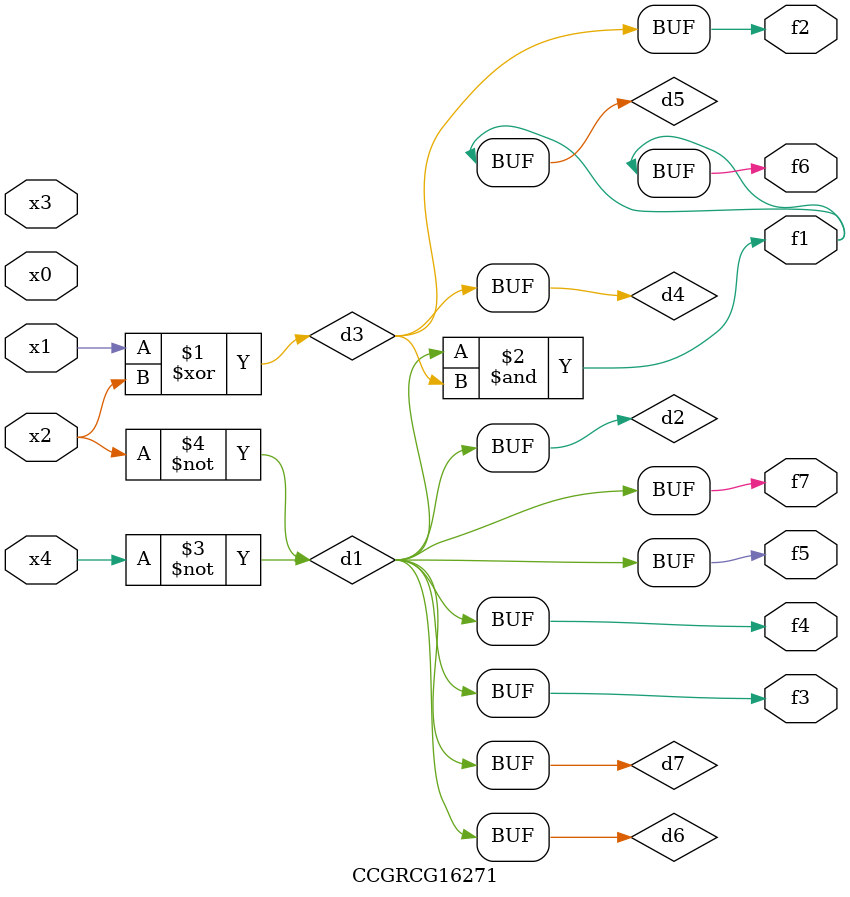
<source format=v>
module CCGRCG16271(
	input x0, x1, x2, x3, x4,
	output f1, f2, f3, f4, f5, f6, f7
);

	wire d1, d2, d3, d4, d5, d6, d7;

	not (d1, x4);
	not (d2, x2);
	xor (d3, x1, x2);
	buf (d4, d3);
	and (d5, d1, d3);
	buf (d6, d1, d2);
	buf (d7, d2);
	assign f1 = d5;
	assign f2 = d4;
	assign f3 = d7;
	assign f4 = d7;
	assign f5 = d7;
	assign f6 = d5;
	assign f7 = d7;
endmodule

</source>
